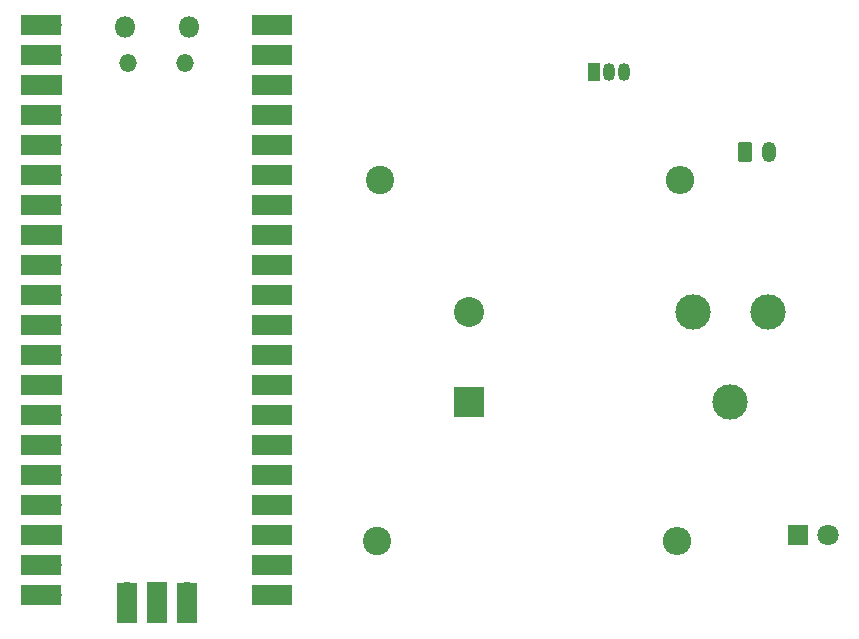
<source format=gbr>
%TF.GenerationSoftware,KiCad,Pcbnew,8.0.1-8.0.1-1~ubuntu22.04.1*%
%TF.CreationDate,2024-03-31T23:59:49-03:00*%
%TF.ProjectId,PCB-ESP,5043422d-4553-4502-9e6b-696361645f70,rev?*%
%TF.SameCoordinates,Original*%
%TF.FileFunction,Soldermask,Top*%
%TF.FilePolarity,Negative*%
%FSLAX46Y46*%
G04 Gerber Fmt 4.6, Leading zero omitted, Abs format (unit mm)*
G04 Created by KiCad (PCBNEW 8.0.1-8.0.1-1~ubuntu22.04.1) date 2024-03-31 23:59:49*
%MOMM*%
%LPD*%
G01*
G04 APERTURE LIST*
G04 Aperture macros list*
%AMRoundRect*
0 Rectangle with rounded corners*
0 $1 Rounding radius*
0 $2 $3 $4 $5 $6 $7 $8 $9 X,Y pos of 4 corners*
0 Add a 4 corners polygon primitive as box body*
4,1,4,$2,$3,$4,$5,$6,$7,$8,$9,$2,$3,0*
0 Add four circle primitives for the rounded corners*
1,1,$1+$1,$2,$3*
1,1,$1+$1,$4,$5*
1,1,$1+$1,$6,$7*
1,1,$1+$1,$8,$9*
0 Add four rect primitives between the rounded corners*
20,1,$1+$1,$2,$3,$4,$5,0*
20,1,$1+$1,$4,$5,$6,$7,0*
20,1,$1+$1,$6,$7,$8,$9,0*
20,1,$1+$1,$8,$9,$2,$3,0*%
G04 Aperture macros list end*
%ADD10O,1.800000X1.800000*%
%ADD11O,1.500000X1.500000*%
%ADD12O,1.700000X1.700000*%
%ADD13R,3.500000X1.700000*%
%ADD14R,1.700000X1.700000*%
%ADD15R,1.700000X3.500000*%
%ADD16C,2.400000*%
%ADD17O,2.400000X2.400000*%
%ADD18R,1.050000X1.500000*%
%ADD19O,1.050000X1.500000*%
%ADD20C,3.000000*%
%ADD21R,2.540000X2.540000*%
%ADD22C,2.540000*%
%ADD23RoundRect,0.250000X-0.350000X-0.625000X0.350000X-0.625000X0.350000X0.625000X-0.350000X0.625000X0*%
%ADD24O,1.200000X1.750000*%
%ADD25R,1.800000X1.800000*%
%ADD26C,1.800000*%
G04 APERTURE END LIST*
D10*
%TO.C,U1*%
X114460000Y-65485000D03*
D11*
X114760000Y-68515000D03*
X119610000Y-68515000D03*
D10*
X119910000Y-65485000D03*
D12*
X108295000Y-65355000D03*
D13*
X107395000Y-65355000D03*
D12*
X108295000Y-67895000D03*
D13*
X107395000Y-67895000D03*
D14*
X108295000Y-70435000D03*
D13*
X107395000Y-70435000D03*
D12*
X108295000Y-72975000D03*
D13*
X107395000Y-72975000D03*
D12*
X108295000Y-75515000D03*
D13*
X107395000Y-75515000D03*
D12*
X108295000Y-78055000D03*
D13*
X107395000Y-78055000D03*
D12*
X108295000Y-80595000D03*
D13*
X107395000Y-80595000D03*
D14*
X108295000Y-83135000D03*
D13*
X107395000Y-83135000D03*
D12*
X108295000Y-85675000D03*
D13*
X107395000Y-85675000D03*
D12*
X108295000Y-88215000D03*
D13*
X107395000Y-88215000D03*
D12*
X108295000Y-90755000D03*
D13*
X107395000Y-90755000D03*
D12*
X108295000Y-93295000D03*
D13*
X107395000Y-93295000D03*
D14*
X108295000Y-95835000D03*
D13*
X107395000Y-95835000D03*
D12*
X108295000Y-98375000D03*
D13*
X107395000Y-98375000D03*
D12*
X108295000Y-100915000D03*
D13*
X107395000Y-100915000D03*
D12*
X108295000Y-103455000D03*
D13*
X107395000Y-103455000D03*
D12*
X108295000Y-105995000D03*
D13*
X107395000Y-105995000D03*
D14*
X108295000Y-108535000D03*
D13*
X107395000Y-108535000D03*
D12*
X108295000Y-111075000D03*
D13*
X107395000Y-111075000D03*
D12*
X108295000Y-113615000D03*
D13*
X107395000Y-113615000D03*
D12*
X126075000Y-113615000D03*
D13*
X126975000Y-113615000D03*
D12*
X126075000Y-111075000D03*
D13*
X126975000Y-111075000D03*
D14*
X126075000Y-108535000D03*
D13*
X126975000Y-108535000D03*
D12*
X126075000Y-105995000D03*
D13*
X126975000Y-105995000D03*
D12*
X126075000Y-103455000D03*
D13*
X126975000Y-103455000D03*
D12*
X126075000Y-100915000D03*
D13*
X126975000Y-100915000D03*
D12*
X126075000Y-98375000D03*
D13*
X126975000Y-98375000D03*
D14*
X126075000Y-95835000D03*
D13*
X126975000Y-95835000D03*
D12*
X126075000Y-93295000D03*
D13*
X126975000Y-93295000D03*
D12*
X126075000Y-90755000D03*
D13*
X126975000Y-90755000D03*
D12*
X126075000Y-88215000D03*
D13*
X126975000Y-88215000D03*
D12*
X126075000Y-85675000D03*
D13*
X126975000Y-85675000D03*
D14*
X126075000Y-83135000D03*
D13*
X126975000Y-83135000D03*
D12*
X126075000Y-80595000D03*
D13*
X126975000Y-80595000D03*
D12*
X126075000Y-78055000D03*
D13*
X126975000Y-78055000D03*
D12*
X126075000Y-75515000D03*
D13*
X126975000Y-75515000D03*
D12*
X126075000Y-72975000D03*
D13*
X126975000Y-72975000D03*
D14*
X126075000Y-70435000D03*
D13*
X126975000Y-70435000D03*
D12*
X126075000Y-67895000D03*
D13*
X126975000Y-67895000D03*
D12*
X126075000Y-65355000D03*
D13*
X126975000Y-65355000D03*
D12*
X114645000Y-113385000D03*
D15*
X114645000Y-114285000D03*
D14*
X117185000Y-113385000D03*
D15*
X117185000Y-114285000D03*
D12*
X119725000Y-113385000D03*
D15*
X119725000Y-114285000D03*
%TD*%
D16*
%TO.C,R2*%
X135800000Y-109000000D03*
D17*
X161200000Y-109000000D03*
%TD*%
D16*
%TO.C,R1*%
X136100000Y-78500000D03*
D17*
X161500000Y-78500000D03*
%TD*%
D18*
%TO.C,Q1*%
X154230000Y-69360000D03*
D19*
X155500000Y-69360000D03*
X156770000Y-69360000D03*
%TD*%
D20*
%TO.C,K1*%
X165750000Y-97300000D03*
X162550000Y-89680000D03*
X168950000Y-89680000D03*
D21*
X143650000Y-97300000D03*
D22*
X143650000Y-89680000D03*
%TD*%
D23*
%TO.C,J1*%
X167000000Y-76050000D03*
D24*
X169000000Y-76050000D03*
%TD*%
D25*
%TO.C,D1*%
X171460000Y-108500000D03*
D26*
X174000000Y-108500000D03*
%TD*%
M02*

</source>
